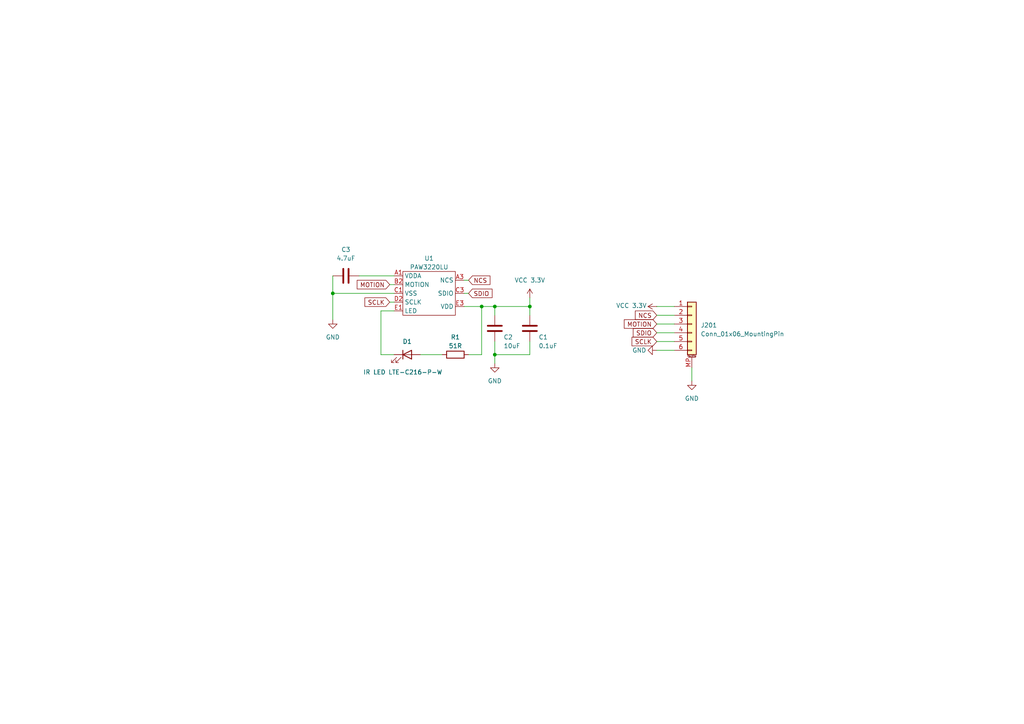
<source format=kicad_sch>
(kicad_sch (version 20250114) (generator "eeschema") (generator_version "9.0")
  (paper "A4")
  (lib_symbols
    (symbol "Connector_Generic_MountingPin:Conn_01x06_MountingPin" (pin_names (offset 1.016) (hide yes))
      (property "Reference" "J" (at 0 7.62 0))
      (property "Value" "Conn_01x06_MountingPin" (at 1.27 -10.16 0))
      (symbol "Conn_01x06_MountingPin_1_1"
        (rectangle (start -1.27 6.35) (end 1.27 -8.89) (stroke (width 0.254)) (fill (type background)))
        (rectangle (start -1.27 5.207) (end 0 4.953) (stroke (width 0.1524)))
        (rectangle (start -1.27 2.667) (end 0 2.413) (stroke (width 0.1524)))
        (rectangle (start -1.27 0.127) (end 0 -0.127) (stroke (width 0.1524)))
        (rectangle (start -1.27 -2.413) (end 0 -2.667) (stroke (width 0.1524)))
        (rectangle (start -1.27 -4.953) (end 0 -5.207) (stroke (width 0.1524)))
        (rectangle (start -1.27 -7.493) (end 0 -7.747) (stroke (width 0.1524)))
        (polyline (pts (xy -1.016 -9.652) (xy 1.016 -9.652)) (stroke (width 0.1524)))
        (text "Mounting" (at 0 -9.271 0) (effects (font (size 0.381 0.381))))
        (pin passive line (at -5.08 5.08 0) (length 3.81) (name "Pin_1") (number "1"))
        (pin passive line (at -5.08 2.54 0) (length 3.81) (name "Pin_2") (number "2"))
        (pin passive line (at -5.08 0 0) (length 3.81) (name "Pin_3") (number "3"))
        (pin passive line (at -5.08 -2.54 0) (length 3.81) (name "Pin_4") (number "4"))
        (pin passive line (at -5.08 -5.08 0) (length 3.81) (name "Pin_5") (number "5"))
        (pin passive line (at -5.08 -7.62 0) (length 3.81) (name "Pin_6") (number "6"))
        (pin passive line (at 0 -12.7 90) (length 3.048) (name "MountPin") (number "MP"))
      )
    )
    (symbol "Device:C" (pin_numbers (hide yes)) (pin_names (offset 0.254))
      (property "Reference" "C" (at 0.635 2.54 0))
      (property "Value" "C" (at 0.635 -2.54 0))
      (symbol "C_0_1"
        (polyline (pts (xy -2.032 0.762) (xy 2.032 0.762)) (stroke (width 0.508)))
        (polyline (pts (xy -2.032 -0.762) (xy 2.032 -0.762)) (stroke (width 0.508)))
      )
      (symbol "C_1_1"
        (pin passive line (at 0 3.81 270) (length 2.794) (name "~") (number "1"))
        (pin passive line (at 0 -3.81 90) (length 2.794) (name "~") (number "2"))
      )
    )
    (symbol "Device:LED" (pin_numbers (hide yes)) (pin_names (offset 1.016) (hide yes))
      (property "Reference" "D" (at 0 2.54 0))
      (property "Value" "LED" (at 0 -2.54 0))
      (symbol "LED_0_1"
        (polyline (pts (xy -3.048 -0.762) (xy -4.572 -2.286) (xy -3.81 -2.286) (xy -4.572 -2.286) (xy -4.572 -1.524)))
        (polyline (pts (xy -1.778 -0.762) (xy -3.302 -2.286) (xy -2.54 -2.286) (xy -3.302 -2.286) (xy -3.302 -1.524)))
        (polyline (pts (xy -1.27 0) (xy 1.27 0)))
        (polyline (pts (xy -1.27 -1.27) (xy -1.27 1.27)) (stroke (width 0.254)))
        (polyline (pts (xy 1.27 -1.27) (xy 1.27 1.27) (xy -1.27 0) (xy 1.27 -1.27)) (stroke (width 0.254)))
      )
      (symbol "LED_1_1"
        (pin passive line (at -3.81 0 0) (length 2.54) (name "K") (number "1"))
        (pin passive line (at 3.81 0 180) (length 2.54) (name "A") (number "2"))
      )
    )
    (symbol "Device:R" (pin_numbers (hide yes)) (pin_names (offset 0))
      (property "Reference" "R" (at 2.032 0 90))
      (property "Value" "R" (at 0 0 90))
      (symbol "R_0_1"
        (rectangle (start -1.016 -2.54) (end 1.016 2.54) (stroke (width 0.254)))
      )
      (symbol "R_1_1"
        (pin passive line (at 0 3.81 270) (length 1.27) (name "~") (number "1"))
        (pin passive line (at 0 -3.81 90) (length 1.27) (name "~") (number "2"))
      )
    )
    (symbol "paw3222:PAW3220LU"
      (property "Reference" "U" (at 0 0 0))
      (symbol "PAW3220LU_0_1"
        (rectangle (start -7.62 6.35) (end 7.62 -6.35))
      )
      (symbol "PAW3220LU_1_1"
        (pin input line (at -10.16 5.08 0) (length 2.54) (name "VDDA") (number "A1"))
        (pin output line (at -10.16 2.54 0) (length 2.54) (name "MOTION") (number "B2"))
        (pin input line (at -10.16 0 0) (length 2.54) (name "VSS") (number "C1"))
        (pin input line (at -10.16 -2.54 0) (length 2.54) (name "SCLK") (number "D2"))
        (pin input line (at -10.16 -5.08 0) (length 2.54) (name "LED") (number "E1"))
        (pin input line (at 10.16 3.81 180) (length 2.54) (name "NCS") (number "A3"))
        (pin bidirectional line (at 10.16 0 180) (length 2.54) (name "SDIO") (number "C3"))
        (pin input line (at 10.16 -3.81 180) (length 2.54) (name "VDD") (number "E3"))
      )
    )
    (symbol "power:GND" (power) (pin_numbers (hide yes)) (pin_names (offset 0) (hide yes))
      (property "Value" "GND" (at 0 -3.81 0))
      (symbol "GND_0_1"
        (polyline (pts (xy 0 0) (xy 0 -1.27) (xy 1.27 -1.27) (xy 0 -2.54) (xy -1.27 -1.27) (xy 0 -1.27)))
      )
      (symbol "GND_1_1"
        (pin power_in line (at 0 0 270) (length 0) (name "~") (number "1"))
      )
    )
    (symbol "power:VCC" (power) (pin_numbers (hide yes)) (pin_names (offset 0) (hide yes))
      (property "Value" "VCC" (at 0 3.556 0))
      (symbol "VCC_0_1"
        (polyline (pts (xy -0.762 1.27) (xy 0 2.54)))
        (polyline (pts (xy 0 2.54) (xy 0.762 1.27)))
        (polyline (pts (xy 0 0) (xy 0 2.54)))
      )
      (symbol "VCC_1_1"
        (pin power_in line (at 0 0 90) (length 0) (name "~") (number "1"))
      )
    )
  )
  (junction (at 143.51 88.9))
  (junction (at 153.67 88.9))
  (junction (at 96.52 85.09))
  (junction (at 139.7 88.9))
  (junction (at 143.51 102.87))
  (wire (pts (xy 96.52 80.01) (xy 96.52 85.09)))
  (wire (pts (xy 153.67 86.36) (xy 153.67 88.9)))
  (wire (pts (xy 110.49 90.17) (xy 114.3 90.17)))
  (wire (pts (xy 139.7 88.9) (xy 134.62 88.9)))
  (wire (pts (xy 143.51 88.9) (xy 153.67 88.9)))
  (wire (pts (xy 190.5 99.06) (xy 195.58 99.06)))
  (wire (pts (xy 200.66 106.68) (xy 200.66 110.49)))
  (wire (pts (xy 96.52 85.09) (xy 96.52 92.71)))
  (wire (pts (xy 143.51 88.9) (xy 143.51 91.44)))
  (wire (pts (xy 114.3 102.87) (xy 110.49 102.87)))
  (wire (pts (xy 96.52 85.09) (xy 114.3 85.09)))
  (wire (pts (xy 153.67 99.06) (xy 153.67 102.87)))
  (wire (pts (xy 190.5 88.9) (xy 195.58 88.9)))
  (wire (pts (xy 153.67 88.9) (xy 153.67 91.44)))
  (wire (pts (xy 190.5 93.98) (xy 195.58 93.98)))
  (wire (pts (xy 190.5 101.6) (xy 195.58 101.6)))
  (wire (pts (xy 190.5 96.52) (xy 195.58 96.52)))
  (wire (pts (xy 135.89 81.28) (xy 134.62 81.28)))
  (wire (pts (xy 110.49 102.87) (xy 110.49 90.17)))
  (wire (pts (xy 143.51 102.87) (xy 143.51 105.41)))
  (wire (pts (xy 135.89 102.87) (xy 139.7 102.87)))
  (wire (pts (xy 190.5 91.44) (xy 195.58 91.44)))
  (wire (pts (xy 135.89 85.09) (xy 134.62 85.09)))
  (wire (pts (xy 113.03 87.63) (xy 114.3 87.63)))
  (wire (pts (xy 114.3 82.55) (xy 113.03 82.55)))
  (wire (pts (xy 139.7 88.9) (xy 143.51 88.9)))
  (wire (pts (xy 104.14 80.01) (xy 114.3 80.01)))
  (wire (pts (xy 143.51 99.06) (xy 143.51 102.87)))
  (wire (pts (xy 139.7 102.87) (xy 139.7 88.9)))
  (wire (pts (xy 153.67 102.87) (xy 143.51 102.87)))
  (wire (pts (xy 121.92 102.87) (xy 128.27 102.87)))
  (global_label "SCLK" (shape input) (at 190.5 99.06 180) (property "Intersheetrefs" "${INTERSHEET_REFS}" (effects (hide yes))))
  (global_label "MOTION" (shape input) (at 113.03 82.55 180) (property "Intersheetrefs" "${INTERSHEET_REFS}" (effects (hide yes))))
  (global_label "NCS" (shape input) (at 190.5 91.44 180) (property "Intersheetrefs" "${INTERSHEET_REFS}" (effects (hide yes))))
  (global_label "SDIO" (shape input) (at 190.5 96.52 180) (property "Intersheetrefs" "${INTERSHEET_REFS}" (effects (hide yes))))
  (global_label "SDIO" (shape input) (at 135.89 85.09 0) (property "Intersheetrefs" "${INTERSHEET_REFS}" (effects (hide yes))))
  (global_label "MOTION" (shape input) (at 190.5 93.98 180) (property "Intersheetrefs" "${INTERSHEET_REFS}" (effects (hide yes))))
  (global_label "SCLK" (shape input) (at 113.03 87.63 180) (property "Intersheetrefs" "${INTERSHEET_REFS}" (effects (hide yes))))
  (global_label "NCS" (shape input) (at 135.89 81.28 0) (property "Intersheetrefs" "${INTERSHEET_REFS}" (effects (hide yes))))
  (symbol (lib_id "Device:LED") (at 118.11 102.87 0) (unit 1)
    (property "Reference" "D1" (at 118.11 99.06 0))
    (property "Value" "IR LED LTE-C216-P-W" (at 116.84 107.95 0))
    (property "Footprint" "paw3222:LTE-C216-P-W" (effects (hide yes)))
    (property "Description" "Light emitting diode" (effects (hide yes)))
    (property "LCSC" "C2942980" (effects (hide yes)))
  )
  (symbol (lib_id "power:VCC") (at 153.67 86.36 0) (unit 1)
    (property "Reference" "#PWR04" (effects (hide yes)))
    (property "Value" "VCC 3.3V" (at 153.67 81.28 0))
    (property "Description" "Power symbol creates a global label with name \"VCC\"" (effects (hide yes)))
  )
  (symbol (lib_id "paw3222:PAW3220LU") (at 124.46 85.09 0) (unit 1)
    (property "Reference" "U1" (at 124.46 74.93 0))
    (property "Value" "PAW3220LU" (at 124.46 77.47 0))
    (property "Footprint" "paw3222:PAW3222LU" (effects (hide yes)))
    (property "LCSC" "C9900022540" (effects (hide yes)))
  )
  (symbol (lib_id "Connector_Generic_MountingPin:Conn_01x06_MountingPin") (at 200.66 93.98 0) (unit 1)
    (property "Reference" "J201" (at 203.2 94.3355 0) (effects (justify left)))
    (property "Value" "Conn_01x06_MountingPin" (at 203.2 96.8755 0) (effects (justify left)))
    (property "Footprint" "paw3222:GT-F0501SR10-06S1101" (effects (hide yes)))
    (property "Description" "Generic connectable mounting pin connector, single row, 01x06, script generated (kicad-library-utils/schlib/autogen/connector/)" (effects (hide yes)))
  )
  (symbol (lib_id "power:GND") (at 200.66 110.49 0) (unit 1)
    (property "Reference" "#PWR03" (effects (hide yes)))
    (property "Value" "GND" (at 200.66 115.57 0))
    (property "Description" "Power symbol creates a global label with name \"GND\" , ground" (effects (hide yes)))
  )
  (symbol (lib_id "Device:C") (at 143.51 95.25 0) (unit 1)
    (property "Reference" "C2" (at 146.05 97.79 0) (effects (justify left)))
    (property "Value" "10uF" (at 146.05 100.33 0) (effects (justify left)))
    (property "Footprint" "Capacitor_SMD:C_0402_1005Metric" (effects (hide yes)))
    (property "Description" "Unpolarized capacitor" (effects (hide yes)))
  )
  (symbol (lib_id "Device:C") (at 153.67 95.25 0) (unit 1)
    (property "Reference" "C1" (at 156.21 97.79 0) (effects (justify left)))
    (property "Value" "0.1uF" (at 156.21 100.33 0) (effects (justify left)))
    (property "Footprint" "Capacitor_SMD:C_0402_1005Metric" (effects (hide yes)))
    (property "Description" "Unpolarized capacitor" (effects (hide yes)))
  )
  (symbol (lib_id "power:VCC") (at 190.5 88.9 90) (unit 1)
    (property "Reference" "#PWR07" (effects (hide yes)))
    (property "Value" "VCC 3.3V" (at 183.134 88.646 90))
    (property "Description" "Power symbol creates a global label with name \"VCC\"" (effects (hide yes)))
  )
  (symbol (lib_id "power:GND") (at 96.52 92.71 0) (unit 1)
    (property "Reference" "#PWR02" (effects (hide yes)))
    (property "Value" "GND" (at 96.52 97.79 0))
    (property "Description" "Power symbol creates a global label with name \"GND\" , ground" (effects (hide yes)))
  )
  (symbol (lib_id "Device:C") (at 100.33 80.01 270) (unit 1)
    (property "Reference" "C3" (at 100.33 72.39 90))
    (property "Value" "4.7uF" (at 100.33 74.93 90))
    (property "Footprint" "Capacitor_SMD:C_0402_1005Metric" (effects (hide yes)))
    (property "Description" "Unpolarized capacitor" (effects (hide yes)))
  )
  (symbol (lib_id "Device:R") (at 132.08 102.87 90) (unit 1)
    (property "Reference" "R1" (at 132.08 97.79 90))
    (property "Value" "51R" (at 132.08 100.33 90))
    (property "Footprint" "Resistor_SMD:R_0402_1005Metric" (effects (hide yes)))
    (property "Description" "Resistor" (effects (hide yes)))
  )
  (symbol (lib_id "power:GND") (at 143.51 105.41 0) (unit 1)
    (property "Reference" "#PWR01" (effects (hide yes)))
    (property "Value" "GND" (at 143.51 110.49 0))
    (property "Description" "Power symbol creates a global label with name \"GND\" , ground" (effects (hide yes)))
  )
  (symbol (lib_id "power:GND") (at 190.5 101.6 270) (unit 1)
    (property "Reference" "#PWR06" (effects (hide yes)))
    (property "Value" "GND" (at 185.42 101.6 90))
    (property "Description" "Power symbol creates a global label with name \"GND\" , ground" (effects (hide yes)))
  )
)
</source>
